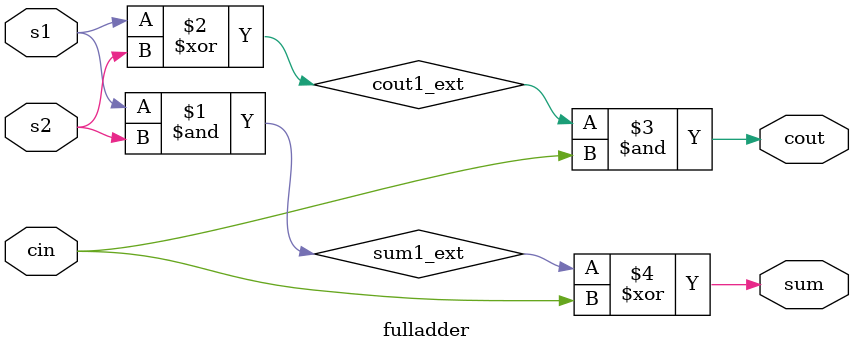
<source format=v>
`timescale 1ns / 1ps


module fulladder(
    input s1,
    input s2,
    input cin,
    output cout,
    output sum
    );
    wire cout1_ext,sum1_ext;
    and a1(sum1_ext,s1,s2);
    xor x1(cout1_ext,s1,s2);
    and a2(cout,cout1_ext,cin);
    xor x2(sum,sum1_ext,cin);
endmodule

</source>
